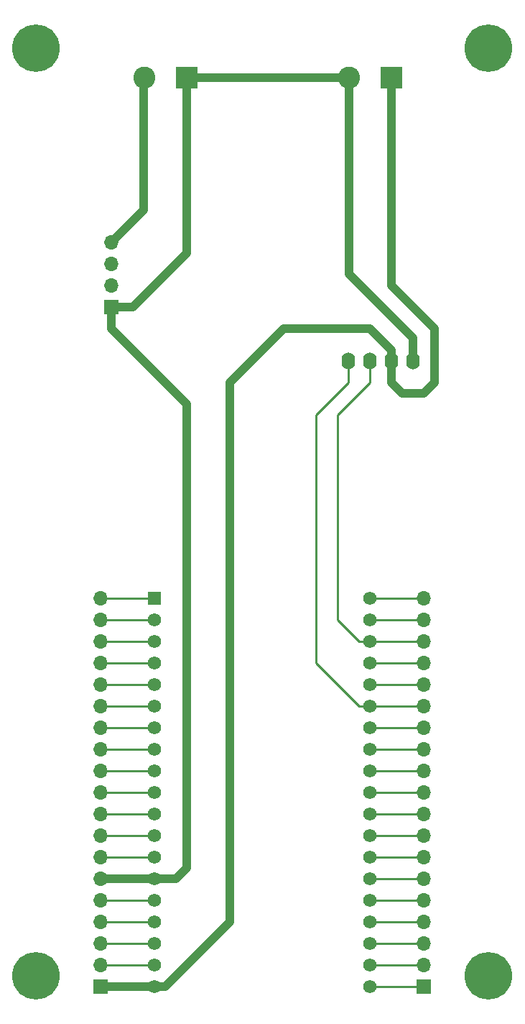
<source format=gbr>
%TF.GenerationSoftware,KiCad,Pcbnew,7.0.9*%
%TF.CreationDate,2024-01-03T21:17:43+01:00*%
%TF.ProjectId,diy_robotics_gripper,6469795f-726f-4626-9f74-6963735f6772,rev?*%
%TF.SameCoordinates,Original*%
%TF.FileFunction,Copper,L1,Top*%
%TF.FilePolarity,Positive*%
%FSLAX46Y46*%
G04 Gerber Fmt 4.6, Leading zero omitted, Abs format (unit mm)*
G04 Created by KiCad (PCBNEW 7.0.9) date 2024-01-03 21:17:43*
%MOMM*%
%LPD*%
G01*
G04 APERTURE LIST*
%TA.AperFunction,ComponentPad*%
%ADD10R,2.600000X2.600000*%
%TD*%
%TA.AperFunction,ComponentPad*%
%ADD11C,2.600000*%
%TD*%
%TA.AperFunction,ComponentPad*%
%ADD12R,1.700000X1.700000*%
%TD*%
%TA.AperFunction,ComponentPad*%
%ADD13O,1.700000X1.700000*%
%TD*%
%TA.AperFunction,ComponentPad*%
%ADD14C,5.600000*%
%TD*%
%TA.AperFunction,ComponentPad*%
%ADD15O,1.600000X2.000000*%
%TD*%
%TA.AperFunction,ComponentPad*%
%ADD16R,1.560000X1.560000*%
%TD*%
%TA.AperFunction,ComponentPad*%
%ADD17C,1.560000*%
%TD*%
%TA.AperFunction,Conductor*%
%ADD18C,1.000000*%
%TD*%
%TA.AperFunction,Conductor*%
%ADD19C,0.250000*%
%TD*%
G04 APERTURE END LIST*
D10*
%TO.P,J5,1,Pin_1*%
%TO.N,/5V*%
X72390000Y-33985000D03*
D11*
%TO.P,J5,2,Pin_2*%
%TO.N,/GND*%
X67390000Y-33985000D03*
%TD*%
D10*
%TO.P,J4,1,Pin_1*%
%TO.N,/GND*%
X48220000Y-33985000D03*
D11*
%TO.P,J4,2,Pin_2*%
%TO.N,/ServoVCC*%
X43220000Y-33985000D03*
%TD*%
D12*
%TO.P,J1,1,Pin_1*%
%TO.N,/GND*%
X39370000Y-60960000D03*
D13*
%TO.P,J1,2,Pin_2*%
%TO.N,S2*%
X39370000Y-58420000D03*
%TO.P,J1,3,Pin_3*%
%TO.N,S1*%
X39370000Y-55880000D03*
%TO.P,J1,4,Pin_4*%
%TO.N,/ServoVCC*%
X39370000Y-53340000D03*
%TD*%
D14*
%TO.P,H1,1*%
%TO.N,N/C*%
X30480000Y-30480000D03*
%TD*%
D12*
%TO.P,J2,1,Pin_1*%
%TO.N,Net-(J2-Pin_1)*%
X76200000Y-140970000D03*
D13*
%TO.P,J2,2,Pin_2*%
%TO.N,Net-(J2-Pin_2)*%
X76200000Y-138430000D03*
%TO.P,J2,3,Pin_3*%
%TO.N,Net-(J2-Pin_3)*%
X76200000Y-135890000D03*
%TO.P,J2,4,Pin_4*%
%TO.N,Net-(J2-Pin_4)*%
X76200000Y-133350000D03*
%TO.P,J2,5,Pin_5*%
%TO.N,Net-(J2-Pin_5)*%
X76200000Y-130810000D03*
%TO.P,J2,6,Pin_6*%
%TO.N,Net-(J2-Pin_6)*%
X76200000Y-128270000D03*
%TO.P,J2,7,Pin_7*%
%TO.N,Net-(J2-Pin_7)*%
X76200000Y-125730000D03*
%TO.P,J2,8,Pin_8*%
%TO.N,Net-(J2-Pin_8)*%
X76200000Y-123190000D03*
%TO.P,J2,9,Pin_9*%
%TO.N,Net-(J2-Pin_9)*%
X76200000Y-120650000D03*
%TO.P,J2,10,Pin_10*%
%TO.N,Net-(J2-Pin_10)*%
X76200000Y-118110000D03*
%TO.P,J2,11,Pin_11*%
%TO.N,S1*%
X76200000Y-115570000D03*
%TO.P,J2,12,Pin_12*%
%TO.N,S2*%
X76200000Y-113030000D03*
%TO.P,J2,13,Pin_13*%
%TO.N,Net-(J2-Pin_13)*%
X76200000Y-110490000D03*
%TO.P,J2,14,Pin_14*%
%TO.N,Disp_SDA*%
X76200000Y-107950000D03*
%TO.P,J2,15,Pin_15*%
%TO.N,Net-(J2-Pin_15)*%
X76200000Y-105410000D03*
%TO.P,J2,16,Pin_16*%
%TO.N,Net-(J2-Pin_16)*%
X76200000Y-102870000D03*
%TO.P,J2,17,Pin_17*%
%TO.N,Disp_SCL*%
X76200000Y-100330000D03*
%TO.P,J2,18,Pin_18*%
%TO.N,Net-(J2-Pin_18)*%
X76200000Y-97790000D03*
%TO.P,J2,19,Pin_19*%
%TO.N,Net-(J2-Pin_19)*%
X76200000Y-95250000D03*
%TD*%
D14*
%TO.P,H2,1*%
%TO.N,N/C*%
X30480000Y-139700000D03*
%TD*%
D15*
%TO.P,Brd1,1,GND*%
%TO.N,/GND*%
X74930000Y-67310000D03*
%TO.P,Brd1,2,VCC*%
%TO.N,/5V*%
X72390000Y-67310000D03*
%TO.P,Brd1,3,SCL*%
%TO.N,Disp_SCL*%
X69850000Y-67310000D03*
%TO.P,Brd1,4,SDA*%
%TO.N,Disp_SDA*%
X67310000Y-67310000D03*
%TD*%
D16*
%TO.P,U7,J2-1,3V3*%
%TO.N,Net-(J3-Pin_19)*%
X44450000Y-95250000D03*
D17*
%TO.P,U7,J2-2,EN*%
%TO.N,Net-(J3-Pin_18)*%
X44450000Y-97790000D03*
%TO.P,U7,J2-3,SENSOR_VP*%
%TO.N,Net-(J3-Pin_17)*%
X44450000Y-100330000D03*
%TO.P,U7,J2-4,SENSOR_VN*%
%TO.N,Net-(J3-Pin_16)*%
X44450000Y-102870000D03*
%TO.P,U7,J2-5,IO34*%
%TO.N,Net-(J3-Pin_15)*%
X44450000Y-105410000D03*
%TO.P,U7,J2-6,IO35*%
%TO.N,Net-(J3-Pin_14)*%
X44450000Y-107950000D03*
%TO.P,U7,J2-7,IO32*%
%TO.N,Net-(J3-Pin_13)*%
X44450000Y-110490000D03*
%TO.P,U7,J2-8,IO33*%
%TO.N,Net-(J3-Pin_12)*%
X44450000Y-113030000D03*
%TO.P,U7,J2-9,IO25*%
%TO.N,Net-(J3-Pin_11)*%
X44450000Y-115570000D03*
%TO.P,U7,J2-10,IO26*%
%TO.N,Net-(J3-Pin_10)*%
X44450000Y-118110000D03*
%TO.P,U7,J2-11,IO27*%
%TO.N,Net-(J3-Pin_9)*%
X44450000Y-120650000D03*
%TO.P,U7,J2-12,IO14*%
%TO.N,Net-(J3-Pin_8)*%
X44450000Y-123190000D03*
%TO.P,U7,J2-13,IO12*%
%TO.N,Net-(J3-Pin_7)*%
X44450000Y-125730000D03*
%TO.P,U7,J2-14,GND1*%
%TO.N,/GND*%
X44450000Y-128270000D03*
%TO.P,U7,J2-15,IO13*%
%TO.N,Net-(J3-Pin_5)*%
X44450000Y-130810000D03*
%TO.P,U7,J2-16,SD2*%
%TO.N,Net-(J3-Pin_4)*%
X44450000Y-133350000D03*
%TO.P,U7,J2-17,SD3*%
%TO.N,Net-(J3-Pin_3)*%
X44450000Y-135890000D03*
%TO.P,U7,J2-18,CMD*%
%TO.N,Net-(J3-Pin_2)*%
X44450000Y-138430000D03*
%TO.P,U7,J2-19,EXT_5V*%
%TO.N,/5V*%
X44450000Y-140970000D03*
%TO.P,U7,J3-1,GND3*%
%TO.N,Net-(J2-Pin_19)*%
X69850000Y-95250000D03*
%TO.P,U7,J3-2,IO23*%
%TO.N,Net-(J2-Pin_18)*%
X69850000Y-97790000D03*
%TO.P,U7,J3-3,IO22*%
%TO.N,Disp_SCL*%
X69850000Y-100330000D03*
%TO.P,U7,J3-4,TXD0*%
%TO.N,Net-(J2-Pin_16)*%
X69850000Y-102870000D03*
%TO.P,U7,J3-5,RXD0*%
%TO.N,Net-(J2-Pin_15)*%
X69850000Y-105410000D03*
%TO.P,U7,J3-6,IO21*%
%TO.N,Disp_SDA*%
X69850000Y-107950000D03*
%TO.P,U7,J3-7,GND2*%
%TO.N,Net-(J2-Pin_13)*%
X69850000Y-110490000D03*
%TO.P,U7,J3-8,IO19*%
%TO.N,S2*%
X69850000Y-113030000D03*
%TO.P,U7,J3-9,IO18*%
%TO.N,S1*%
X69850000Y-115570000D03*
%TO.P,U7,J3-10,IO5*%
%TO.N,Net-(J2-Pin_10)*%
X69850000Y-118110000D03*
%TO.P,U7,J3-11,IO17*%
%TO.N,Net-(J2-Pin_9)*%
X69850000Y-120650000D03*
%TO.P,U7,J3-12,IO16*%
%TO.N,Net-(J2-Pin_8)*%
X69850000Y-123190000D03*
%TO.P,U7,J3-13,IO4*%
%TO.N,Net-(J2-Pin_7)*%
X69850000Y-125730000D03*
%TO.P,U7,J3-14,IO0*%
%TO.N,Net-(J2-Pin_6)*%
X69850000Y-128270000D03*
%TO.P,U7,J3-15,IO2*%
%TO.N,Net-(J2-Pin_5)*%
X69850000Y-130810000D03*
%TO.P,U7,J3-16,IO15*%
%TO.N,Net-(J2-Pin_4)*%
X69850000Y-133350000D03*
%TO.P,U7,J3-17,SD1*%
%TO.N,Net-(J2-Pin_3)*%
X69850000Y-135890000D03*
%TO.P,U7,J3-18,SD0*%
%TO.N,Net-(J2-Pin_2)*%
X69850000Y-138430000D03*
%TO.P,U7,J3-19,CLK*%
%TO.N,Net-(J2-Pin_1)*%
X69850000Y-140970000D03*
%TD*%
D14*
%TO.P,H3,1*%
%TO.N,N/C*%
X83820000Y-30480000D03*
%TD*%
%TO.P,H4,1*%
%TO.N,N/C*%
X83820000Y-139700000D03*
%TD*%
D12*
%TO.P,J3,1,Pin_1*%
%TO.N,/5V*%
X38100000Y-140970000D03*
D13*
%TO.P,J3,2,Pin_2*%
%TO.N,Net-(J3-Pin_2)*%
X38100000Y-138430000D03*
%TO.P,J3,3,Pin_3*%
%TO.N,Net-(J3-Pin_3)*%
X38100000Y-135890000D03*
%TO.P,J3,4,Pin_4*%
%TO.N,Net-(J3-Pin_4)*%
X38100000Y-133350000D03*
%TO.P,J3,5,Pin_5*%
%TO.N,Net-(J3-Pin_5)*%
X38100000Y-130810000D03*
%TO.P,J3,6,Pin_6*%
%TO.N,/GND*%
X38100000Y-128270000D03*
%TO.P,J3,7,Pin_7*%
%TO.N,Net-(J3-Pin_7)*%
X38100000Y-125730000D03*
%TO.P,J3,8,Pin_8*%
%TO.N,Net-(J3-Pin_8)*%
X38100000Y-123190000D03*
%TO.P,J3,9,Pin_9*%
%TO.N,Net-(J3-Pin_9)*%
X38100000Y-120650000D03*
%TO.P,J3,10,Pin_10*%
%TO.N,Net-(J3-Pin_10)*%
X38100000Y-118110000D03*
%TO.P,J3,11,Pin_11*%
%TO.N,Net-(J3-Pin_11)*%
X38100000Y-115570000D03*
%TO.P,J3,12,Pin_12*%
%TO.N,Net-(J3-Pin_12)*%
X38100000Y-113030000D03*
%TO.P,J3,13,Pin_13*%
%TO.N,Net-(J3-Pin_13)*%
X38100000Y-110490000D03*
%TO.P,J3,14,Pin_14*%
%TO.N,Net-(J3-Pin_14)*%
X38100000Y-107950000D03*
%TO.P,J3,15,Pin_15*%
%TO.N,Net-(J3-Pin_15)*%
X38100000Y-105410000D03*
%TO.P,J3,16,Pin_16*%
%TO.N,Net-(J3-Pin_16)*%
X38100000Y-102870000D03*
%TO.P,J3,17,Pin_17*%
%TO.N,Net-(J3-Pin_17)*%
X38100000Y-100330000D03*
%TO.P,J3,18,Pin_18*%
%TO.N,Net-(J3-Pin_18)*%
X38100000Y-97790000D03*
%TO.P,J3,19,Pin_19*%
%TO.N,Net-(J3-Pin_19)*%
X38100000Y-95250000D03*
%TD*%
D18*
%TO.N,/GND*%
X74930000Y-64610000D02*
X74930000Y-67310000D01*
X67390000Y-57070000D02*
X74930000Y-64610000D01*
X67390000Y-33985000D02*
X67390000Y-57070000D01*
X48220000Y-54570000D02*
X48260000Y-54610000D01*
X48220000Y-33985000D02*
X48220000Y-54570000D01*
X41910000Y-60960000D02*
X48260000Y-54610000D01*
X67390000Y-33985000D02*
X48220000Y-33985000D01*
%TO.N,/ServoVCC*%
X43180000Y-49530000D02*
X39370000Y-53340000D01*
X43180000Y-34025000D02*
X43180000Y-49530000D01*
X43220000Y-33985000D02*
X43180000Y-34025000D01*
%TO.N,/GND*%
X39370000Y-60960000D02*
X41910000Y-60960000D01*
%TO.N,/5V*%
X73660000Y-71120000D02*
X72390000Y-69850000D01*
X76200000Y-71120000D02*
X73660000Y-71120000D01*
X77470000Y-69850000D02*
X76200000Y-71120000D01*
X72390000Y-69850000D02*
X72390000Y-67310000D01*
X77470000Y-63500000D02*
X77470000Y-69850000D01*
X72390000Y-58420000D02*
X77470000Y-63500000D01*
X72390000Y-33985000D02*
X72390000Y-58420000D01*
%TO.N,/GND*%
X39370000Y-60960000D02*
X39370000Y-63500000D01*
X48260000Y-72390000D02*
X48260000Y-127000000D01*
X39370000Y-63500000D02*
X48260000Y-72390000D01*
X44450000Y-128270000D02*
X38100000Y-128270000D01*
X48260000Y-127000000D02*
X46990000Y-128270000D01*
X46990000Y-128270000D02*
X44450000Y-128270000D01*
D19*
%TO.N,Net-(J2-Pin_1)*%
X76200000Y-140970000D02*
X69850000Y-140970000D01*
%TO.N,Net-(J2-Pin_2)*%
X76200000Y-138430000D02*
X69850000Y-138430000D01*
%TO.N,Net-(J2-Pin_3)*%
X76200000Y-135890000D02*
X69850000Y-135890000D01*
%TO.N,Net-(J2-Pin_4)*%
X76200000Y-133350000D02*
X69850000Y-133350000D01*
%TO.N,Net-(J2-Pin_5)*%
X76200000Y-130810000D02*
X69850000Y-130810000D01*
%TO.N,Net-(J2-Pin_6)*%
X76200000Y-128270000D02*
X69850000Y-128270000D01*
%TO.N,Net-(J2-Pin_7)*%
X76200000Y-125730000D02*
X69850000Y-125730000D01*
%TO.N,Net-(J2-Pin_8)*%
X76200000Y-123190000D02*
X69850000Y-123190000D01*
%TO.N,Net-(J2-Pin_9)*%
X76200000Y-120650000D02*
X69850000Y-120650000D01*
%TO.N,Net-(J2-Pin_10)*%
X76200000Y-118110000D02*
X69850000Y-118110000D01*
%TO.N,S1*%
X76200000Y-115570000D02*
X69850000Y-115570000D01*
%TO.N,S2*%
X76200000Y-113030000D02*
X69850000Y-113030000D01*
%TO.N,Net-(J2-Pin_13)*%
X76200000Y-110490000D02*
X69850000Y-110490000D01*
%TO.N,Net-(J2-Pin_15)*%
X76200000Y-105410000D02*
X69850000Y-105410000D01*
%TO.N,Net-(J2-Pin_16)*%
X76200000Y-102870000D02*
X69850000Y-102870000D01*
%TO.N,Net-(J2-Pin_18)*%
X76200000Y-97790000D02*
X69850000Y-97790000D01*
%TO.N,Net-(J2-Pin_19)*%
X76200000Y-95250000D02*
X69850000Y-95250000D01*
%TO.N,Net-(J3-Pin_2)*%
X44450000Y-138430000D02*
X38100000Y-138430000D01*
%TO.N,Net-(J3-Pin_3)*%
X44450000Y-135890000D02*
X38100000Y-135890000D01*
%TO.N,Net-(J3-Pin_4)*%
X44450000Y-133350000D02*
X38100000Y-133350000D01*
%TO.N,Net-(J3-Pin_5)*%
X44450000Y-130810000D02*
X38100000Y-130810000D01*
%TO.N,Net-(J3-Pin_7)*%
X44450000Y-125730000D02*
X38100000Y-125730000D01*
%TO.N,Net-(J3-Pin_8)*%
X44450000Y-123190000D02*
X38100000Y-123190000D01*
%TO.N,Net-(J3-Pin_9)*%
X44450000Y-120650000D02*
X38100000Y-120650000D01*
%TO.N,Net-(J3-Pin_10)*%
X44450000Y-118110000D02*
X38100000Y-118110000D01*
%TO.N,Net-(J3-Pin_11)*%
X44450000Y-115570000D02*
X38100000Y-115570000D01*
%TO.N,Net-(J3-Pin_12)*%
X44450000Y-113030000D02*
X38100000Y-113030000D01*
%TO.N,Net-(J3-Pin_13)*%
X44450000Y-110490000D02*
X38100000Y-110490000D01*
%TO.N,Net-(J3-Pin_14)*%
X44450000Y-107950000D02*
X38100000Y-107950000D01*
%TO.N,Net-(J3-Pin_15)*%
X44450000Y-105410000D02*
X38100000Y-105410000D01*
%TO.N,Net-(J3-Pin_16)*%
X44450000Y-102870000D02*
X38100000Y-102870000D01*
%TO.N,Net-(J3-Pin_17)*%
X44450000Y-100330000D02*
X38100000Y-100330000D01*
%TO.N,Net-(J3-Pin_18)*%
X44450000Y-97790000D02*
X38100000Y-97790000D01*
%TO.N,Net-(J3-Pin_19)*%
X44450000Y-95250000D02*
X38100000Y-95250000D01*
%TO.N,Disp_SCL*%
X68580000Y-100330000D02*
X69850000Y-100330000D01*
X66040000Y-73660000D02*
X69850000Y-69850000D01*
X66040000Y-73660000D02*
X66040000Y-97790000D01*
X69850000Y-69850000D02*
X69850000Y-67310000D01*
X66040000Y-97790000D02*
X68580000Y-100330000D01*
X76200000Y-100330000D02*
X69850000Y-100330000D01*
%TO.N,Disp_SDA*%
X63500000Y-73660000D02*
X63500000Y-102870000D01*
X67310000Y-67310000D02*
X67310000Y-69850000D01*
X76200000Y-107950000D02*
X69850000Y-107950000D01*
X63500000Y-102870000D02*
X68580000Y-107950000D01*
X68580000Y-107950000D02*
X69850000Y-107950000D01*
X67310000Y-69850000D02*
X63500000Y-73660000D01*
D18*
%TO.N,/5V*%
X45720000Y-140970000D02*
X44450000Y-140970000D01*
X59690000Y-63500000D02*
X53340000Y-69850000D01*
X72390000Y-67310000D02*
X72390000Y-66040000D01*
X44450000Y-140970000D02*
X38100000Y-140970000D01*
X53340000Y-133350000D02*
X45720000Y-140970000D01*
X69850000Y-63500000D02*
X59690000Y-63500000D01*
X53340000Y-69850000D02*
X53340000Y-133350000D01*
X72390000Y-66040000D02*
X69850000Y-63500000D01*
%TD*%
M02*

</source>
